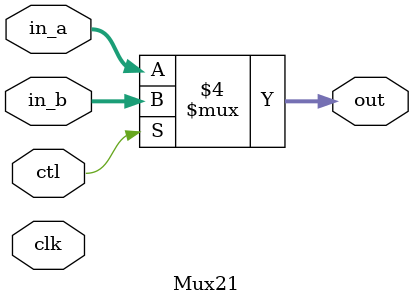
<source format=v>
module Mux21	#(parameter BUS_WIDTH=8)
				 (clk, ctl, in_a, in_b, out);
	
	output reg	[BUS_WIDTH-1:0]	out;
	
	input						clk;
	input 		[BUS_WIDTH-1:0]	in_a;
	input 		[BUS_WIDTH-1:0]	in_b;
	input						ctl;
	
	always @ (ctl, in_a, in_b) begin
		if(ctl == 1'b0) begin
			out <= in_a;
		end else begin
			out <= in_b;
		end
	end
endmodule
</source>
